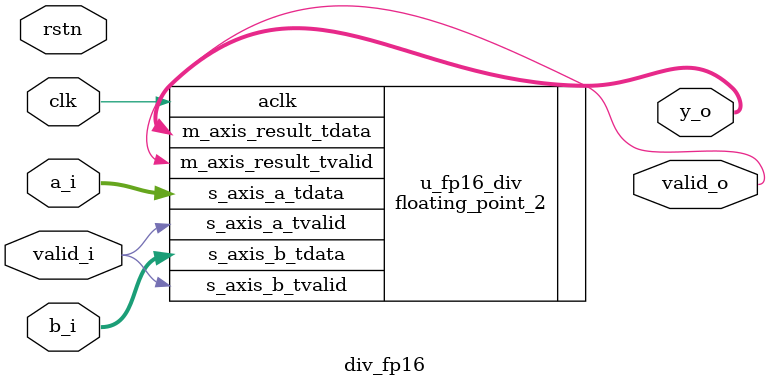
<source format=v>
module div_fp16 #(parameter DW=16, LAT=14)(
    input clk, input rstn, input valid_i,
    input [DW-1:0] a_i, b_i,
    output [DW-1:0] y_o, output valid_o
);
    // Replace with your FP16 div IP wrapper.
    floating_point_2 u_fp16_div (
        .aclk(clk),
        .s_axis_a_tvalid(valid_i),
        .s_axis_a_tdata(a_i),
        .s_axis_b_tvalid(valid_i),
        .s_axis_b_tdata(b_i),
        .m_axis_result_tvalid(valid_o),
        .m_axis_result_tdata(y_o)
    );
endmodule
</source>
